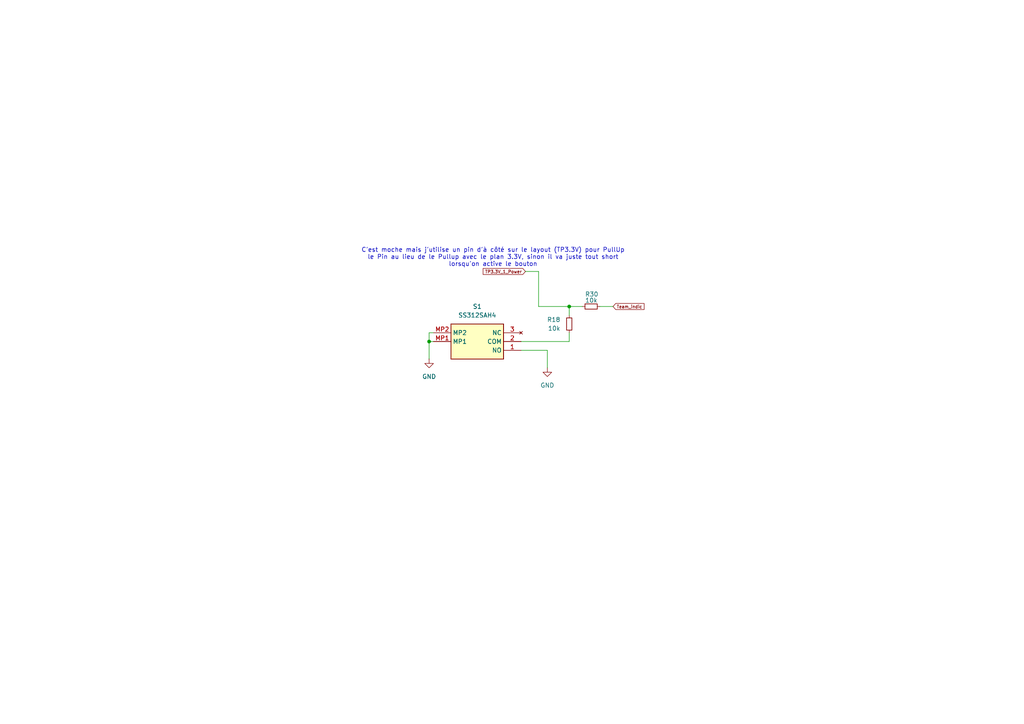
<source format=kicad_sch>
(kicad_sch (version 20250114) (generator "eeschema") (generator_version "9.0")
  (paper "A4")
  (lib_symbols
    (symbol "Device:R_Small" (pin_numbers (hide yes)) (pin_names (offset 0.254) (hide yes))
      (property "Reference" "R" (at 0.762 0.508 0))
      (property "Value" "R_Small" (at 0.762 -1.016 0))
      (symbol "R_Small_0_1"
        (rectangle (start -0.762 1.778) (end 0.762 -1.778) (stroke (width 0.2032)))
      )
      (symbol "R_Small_1_1"
        (pin passive line (at 0 2.54 270) (length 0.762) (name "~") (number "1"))
        (pin passive line (at 0 -2.54 90) (length 0.762) (name "~") (number "2"))
      )
    )
    (symbol "PAMI-switch_button_SS312SAH4:SS312SAH4"
      (property "Reference" "S" (at 21.59 7.62 0))
      (property "Value" "SS312SAH4" (at 21.59 5.08 0))
      (symbol "SS312SAH4_1_1"
        (rectangle (start 5.08 2.54) (end 20.32 -7.62) (stroke (width 0.254)) (fill (type background)))
        (pin passive line (at 0 0 0) (length 5.08) (name "MP2") (number "MP2"))
        (pin passive line (at 0 -2.54 0) (length 5.08) (name "MP1") (number "MP1"))
        (pin no_connect line (at 25.4 0 180) (length 5.08) (name "NC") (number "3"))
        (pin passive line (at 25.4 -2.54 180) (length 5.08) (name "COM") (number "2"))
        (pin passive line (at 25.4 -5.08 180) (length 5.08) (name "NO") (number "1"))
      )
    )
    (symbol "power:GND" (power) (pin_numbers (hide yes)) (pin_names (offset 0) (hide yes))
      (property "Value" "GND" (at 0 -3.81 0))
      (symbol "GND_0_1"
        (polyline (pts (xy 0 0) (xy 0 -1.27) (xy 1.27 -1.27) (xy 0 -2.54) (xy -1.27 -1.27) (xy 0 -1.27)))
      )
      (symbol "GND_1_1"
        (pin power_in line (at 0 0 270) (length 0) (name "~") (number "1"))
      )
    )
  )
  (text "C'est moche mais j'utilise un pin d'à côté sur le layout (TP3.3V) pour PullUp\n le Pin au lieu de le Pullup avec le plan 3.3V, sinon il va juste tout short \nlorsqu'on active le bouton" (at 143.002 74.676 0) (effects (font (size 1.27 1.27))))
  (junction (at 165.1 88.9))
  (junction (at 124.46 99.06))
  (wire (pts (xy 151.13 101.6) (xy 158.75 101.6)))
  (wire (pts (xy 125.73 96.52) (xy 124.46 96.52)))
  (wire (pts (xy 165.1 91.44) (xy 165.1 88.9)))
  (wire (pts (xy 152.4 78.74) (xy 156.21 78.74)))
  (wire (pts (xy 124.46 96.52) (xy 124.46 99.06)))
  (wire (pts (xy 156.21 78.74) (xy 156.21 88.9)))
  (wire (pts (xy 165.1 88.9) (xy 168.91 88.9)))
  (wire (pts (xy 156.21 88.9) (xy 165.1 88.9)))
  (wire (pts (xy 151.13 99.06) (xy 165.1 99.06)))
  (wire (pts (xy 158.75 101.6) (xy 158.75 106.68)))
  (wire (pts (xy 173.99 88.9) (xy 177.8 88.9)))
  (wire (pts (xy 124.46 99.06) (xy 124.46 104.14)))
  (wire (pts (xy 124.46 99.06) (xy 125.73 99.06)))
  (wire (pts (xy 165.1 96.52) (xy 165.1 99.06)))
  (global_label "TP3.3V_1_Power" (shape input) (at 152.4 78.74 180) (effects (font (size 0.889 0.889))) (property "Intersheetrefs" "${INTERSHEET_REFS}" (effects (hide yes))))
  (global_label "Team_indic" (shape input) (at 177.8 88.9 0) (effects (font (size 0.889 0.889))) (property "Intersheetrefs" "${INTERSHEET_REFS}" (effects (hide yes))))
  (symbol (lib_id "Device:R_Small") (at 165.1 93.98 0) (mirror y) (unit 1)
    (property "Reference" "R18" (at 162.56 92.7099 0) (effects (justify left)))
    (property "Value" "10k" (at 162.56 95.2499 0) (effects (justify left)))
    (property "Footprint" "Resistor_SMD:R_0805_2012Metric_Pad1.20x1.40mm_HandSolder" (effects (hide yes)))
    (property "Description" "Resistor, small symbol" (effects (hide yes)))
  )
  (symbol (lib_id "PAMI-switch_button_SS312SAH4:SS312SAH4") (at 125.73 96.52 0) (unit 1)
    (property "Reference" "S1" (at 138.43 88.9 0))
    (property "Value" "SS312SAH4" (at 138.43 91.44 0))
    (property "Footprint" "Switch_Buttons:SS312SAH4" (effects (hide yes)))
    (property "Datasheet" "https://componentsearchengine.com/Datasheets/1/SS312SAH4.pdf" (effects (hide yes)))
    (property "Description" "Switch Slide ON None ON SPDT Side Slide 0.1A 28VAC 28VDC 0.4VA 10000Cycles Gull Wing SMD Tray" (effects (hide yes)))
    (property "Height" "3.05" (effects (hide yes)))
    (property "Manufacturer_Name" "NKK Switches" (effects (hide yes)))
    (property "Manufacturer_Part_Number" "SS312SAH4" (effects (hide yes)))
    (property "Mouser Part Number" "633-SS312SAH4" (effects (hide yes)))
    (property "Mouser Price/Stock" "https://www.mouser.co.uk/ProductDetail/NKK-Switches/SS312SAH4?qs=uLkOX%2FxhRHP3U%2FCEVkPTBA%3D%3D" (effects (hide yes)))
    (property "Arrow Part Number" "SS312SAH4" (effects (hide yes)))
    (property "Arrow Price/Stock" "https://www.arrow.com/en/products/ss312sah4/nkk-switches?region=nac" (effects (hide yes)))
  )
  (symbol (lib_id "power:GND") (at 158.75 106.68 0) (unit 1)
    (property "Reference" "#PWR099" (effects (hide yes)))
    (property "Value" "GND" (at 158.75 111.76 0))
    (property "Description" "Power symbol creates a global label with name \"GND\" , ground" (effects (hide yes)))
  )
  (symbol (lib_id "Device:R_Small") (at 171.45 88.9 270) (mirror x) (unit 1)
    (property "Reference" "R30" (at 169.672 85.344 90) (effects (justify left)))
    (property "Value" "10k" (at 169.672 87.122 90) (effects (justify left)))
    (property "Footprint" "Resistor_SMD:R_0805_2012Metric_Pad1.20x1.40mm_HandSolder" (effects (hide yes)))
    (property "Description" "Resistor, small symbol" (effects (hide yes)))
  )
  (symbol (lib_id "power:GND") (at 124.46 104.14 0) (unit 1)
    (property "Reference" "#PWR0108" (effects (hide yes)))
    (property "Value" "GND" (at 124.46 109.22 0))
    (property "Description" "Power symbol creates a global label with name \"GND\" , ground" (effects (hide yes)))
  )
)
</source>
